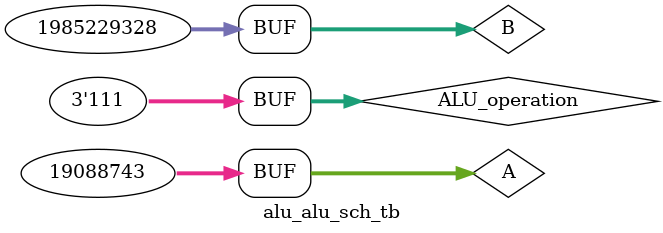
<source format=v>

`timescale 1ns / 1ps

module alu_alu_sch_tb();

// Inputs
   reg [2:0] ALU_operation;
   reg [31:0] A;
   reg [31:0] B;

// Output
   wire [31:0] res;
   wire zero;
   wire overflow;

// Bidirs

// Instantiate the UUT
   alu UUT (
		.ALU_operation(ALU_operation), 
		.A(A), 
		.B(B), 
		.res(res), 
		.zero(zero), 
		.overflow(overflow)
   );
// Initialize Inputs
 
       initial begin
		ALU_operation = 0;
		A = 0;
		B = 0;
		#100;
		A = 32'hA5A5A5A5;
		B = 32'h5A5A5A5A;
		ALU_operation = 3'b111;
		#100;
		ALU_operation = 3'b110;
		#100;
		ALU_operation = 3'b101;
		#100;
		ALU_operation = 3'b100;
		#100;
		ALU_operation = 3'b011;
		#100;
		ALU_operation = 3'b010;
		#100;
		ALU_operation = 3'b001;
		#100;
		ALU_operation = 3'b000;
		#100;
		A = 32'h01234567;
		B = 32'h76543210;
		ALU_operation = 3'b111;
		end
endmodule

</source>
